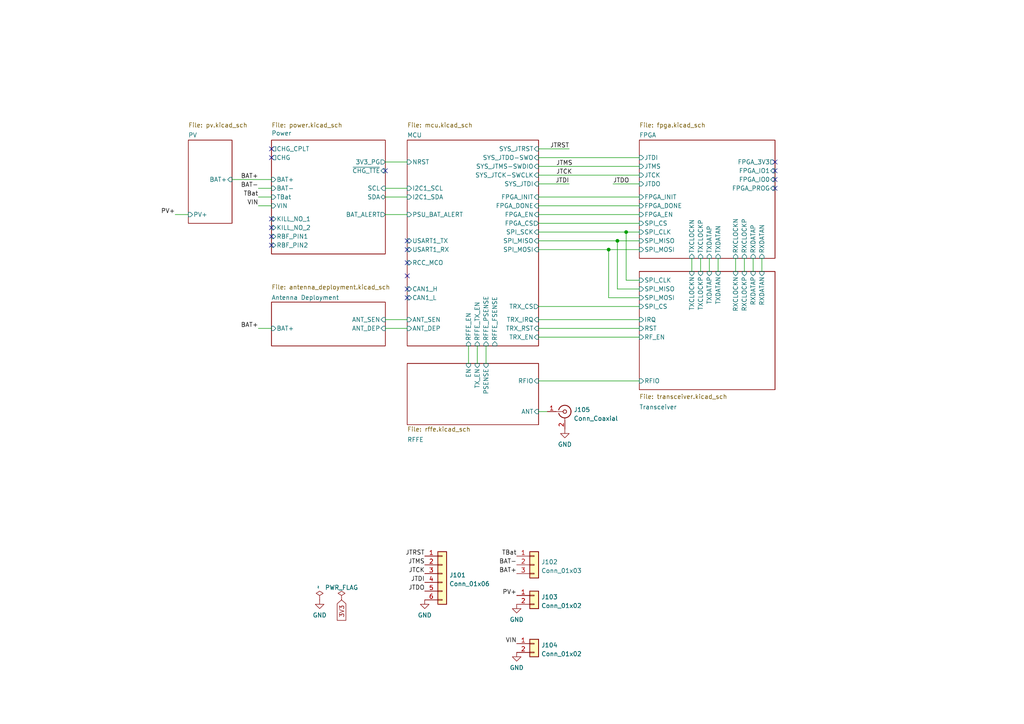
<source format=kicad_sch>
(kicad_sch (version 20211123) (generator eeschema)
  (paper "A4")
  (title_block (title "SIDLOC") (date "2022-03-16") (company "Libre Space Foundation"))
  (lib_symbols
    (symbol "Connector:Conn_Coaxial" (pin_names (offset 1.016) hide)
      (property "Reference" "J" (at 0.254 3.048 0))
      (property "Value" "Conn_Coaxial" (at 2.921 0 90))
      (symbol "Conn_Coaxial_0_1"
        (arc (start -1.778 -0.508) (mid 0.222 -1.808) (end 1.778 0) (stroke (width 0.254)))
        (polyline (pts (xy -2.54 0) (xy -0.508 0)))
        (polyline (pts (xy 0 -2.54) (xy 0 -1.778)))
        (circle (center 0 0) (radius 0.508) (stroke (width 0.2032)))
        (arc (start 1.778 0) (mid 0.222 1.8083) (end -1.778 0.508) (stroke (width 0.254)))
      )
      (symbol "Conn_Coaxial_1_1"
        (pin passive line (at -5.08 0 0) (length 2.54) (name "In") (number "1"))
        (pin passive line (at 0 -5.08 90) (length 2.54) (name "Ext") (number "2"))
      )
    )
    (symbol "Connector_Generic:Conn_01x02" (pin_names (offset 1.016) hide)
      (property "Reference" "J" (at 0 2.54 0))
      (property "Value" "Conn_01x02" (at 0 -5.08 0))
      (symbol "Conn_01x02_1_1"
        (rectangle (start -1.27 -2.413) (end 0 -2.667) (stroke (width 0.1524)))
        (rectangle (start -1.27 0.127) (end 0 -0.127) (stroke (width 0.1524)))
        (rectangle (start -1.27 1.27) (end 1.27 -3.81) (stroke (width 0.254)) (fill (type background)))
        (pin passive line (at -5.08 0 0) (length 3.81) (name "Pin_1") (number "1"))
        (pin passive line (at -5.08 -2.54 0) (length 3.81) (name "Pin_2") (number "2"))
      )
    )
    (symbol "Connector_Generic:Conn_01x03" (pin_names (offset 1.016) hide)
      (property "Reference" "J" (at 0 5.08 0))
      (property "Value" "Conn_01x03" (at 0 -5.08 0))
      (symbol "Conn_01x03_1_1"
        (rectangle (start -1.27 -2.413) (end 0 -2.667) (stroke (width 0.1524)))
        (rectangle (start -1.27 0.127) (end 0 -0.127) (stroke (width 0.1524)))
        (rectangle (start -1.27 2.667) (end 0 2.413) (stroke (width 0.1524)))
        (rectangle (start -1.27 3.81) (end 1.27 -3.81) (stroke (width 0.254)) (fill (type background)))
        (pin passive line (at -5.08 2.54 0) (length 3.81) (name "Pin_1") (number "1"))
        (pin passive line (at -5.08 0 0) (length 3.81) (name "Pin_2") (number "2"))
        (pin passive line (at -5.08 -2.54 0) (length 3.81) (name "Pin_3") (number "3"))
      )
    )
    (symbol "Connector_Generic:Conn_01x06" (pin_names (offset 1.016) hide)
      (property "Reference" "J" (at 0 7.62 0))
      (property "Value" "Conn_01x06" (at 0 -10.16 0))
      (symbol "Conn_01x06_1_1"
        (rectangle (start -1.27 -7.493) (end 0 -7.747) (stroke (width 0.1524)))
        (rectangle (start -1.27 -4.953) (end 0 -5.207) (stroke (width 0.1524)))
        (rectangle (start -1.27 -2.413) (end 0 -2.667) (stroke (width 0.1524)))
        (rectangle (start -1.27 0.127) (end 0 -0.127) (stroke (width 0.1524)))
        (rectangle (start -1.27 2.667) (end 0 2.413) (stroke (width 0.1524)))
        (rectangle (start -1.27 5.207) (end 0 4.953) (stroke (width 0.1524)))
        (rectangle (start -1.27 6.35) (end 1.27 -8.89) (stroke (width 0.254)) (fill (type background)))
        (pin passive line (at -5.08 5.08 0) (length 3.81) (name "Pin_1") (number "1"))
        (pin passive line (at -5.08 2.54 0) (length 3.81) (name "Pin_2") (number "2"))
        (pin passive line (at -5.08 0 0) (length 3.81) (name "Pin_3") (number "3"))
        (pin passive line (at -5.08 -2.54 0) (length 3.81) (name "Pin_4") (number "4"))
        (pin passive line (at -5.08 -5.08 0) (length 3.81) (name "Pin_5") (number "5"))
        (pin passive line (at -5.08 -7.62 0) (length 3.81) (name "Pin_6") (number "6"))
      )
    )
    (symbol "power:GND" (power) (pin_names (offset 0))
      (property "Value" "GND" (at 0 -3.81 0))
      (symbol "GND_0_1"
        (polyline (pts (xy 0 0) (xy 0 -1.27) (xy 1.27 -1.27) (xy 0 -2.54) (xy -1.27 -1.27) (xy 0 -1.27)))
      )
      (symbol "GND_1_1"
        (pin power_in line (at 0 0 270) (length 0) hide (name "GND") (number "1"))
      )
    )
    (symbol "power:PWR_FLAG" (power) (pin_numbers hide) (pin_names (offset 0) hide)
      (property "Value" "PWR_FLAG" (at 0 3.81 0))
      (symbol "PWR_FLAG_0_0"
        (pin power_out line (at 0 0 90) (length 0) (name "pwr") (number "1"))
      )
      (symbol "PWR_FLAG_0_1"
        (polyline (pts (xy 0 0) (xy 0 1.27) (xy -1.016 1.905) (xy 0 2.54) (xy 1.016 1.905) (xy 0 1.27)))
      )
    )
  )
  (junction (at 176.53 72.39))
  (junction (at 179.07 69.85))
  (junction (at 181.61 67.31))
  (no_connect (at 111.76 49.53))
  (no_connect (at 224.79 46.99))
  (no_connect (at 78.74 63.5))
  (no_connect (at 78.74 71.12))
  (no_connect (at 78.74 66.04))
  (no_connect (at 78.74 68.58))
  (no_connect (at 78.74 45.72))
  (no_connect (at 78.74 43.18))
  (no_connect (at 224.79 52.07))
  (no_connect (at 224.79 49.53))
  (no_connect (at 224.79 54.61))
  (no_connect (at 118.11 69.85))
  (no_connect (at 118.11 72.39))
  (no_connect (at 118.11 83.82))
  (no_connect (at 118.11 86.36))
  (no_connect (at 118.11 80.01))
  (no_connect (at 118.11 76.2))
  (wire (pts (xy 185.42 83.82) (xy 179.07 83.82)))
  (wire (pts (xy 156.21 43.18) (xy 165.1 43.18)))
  (wire (pts (xy 156.21 59.69) (xy 185.42 59.69)))
  (wire (pts (xy 156.21 92.71) (xy 185.42 92.71)))
  (wire (pts (xy 185.42 86.36) (xy 176.53 86.36)))
  (wire (pts (xy 156.21 67.31) (xy 181.61 67.31)))
  (wire (pts (xy 156.21 50.8) (xy 185.42 50.8)))
  (wire (pts (xy 156.21 69.85) (xy 179.07 69.85)))
  (wire (pts (xy 177.8 53.34) (xy 185.42 53.34)))
  (wire (pts (xy 111.76 62.23) (xy 118.11 62.23)))
  (wire (pts (xy 156.21 62.23) (xy 185.42 62.23)))
  (wire (pts (xy 156.21 97.79) (xy 185.42 97.79)))
  (wire (pts (xy 203.2 74.93) (xy 203.2 78.74)))
  (wire (pts (xy 111.76 95.25) (xy 118.11 95.25)))
  (wire (pts (xy 156.21 57.15) (xy 185.42 57.15)))
  (wire (pts (xy 176.53 72.39) (xy 185.42 72.39)))
  (wire (pts (xy 200.66 74.93) (xy 200.66 78.74)))
  (wire (pts (xy 74.93 95.25) (xy 78.74 95.25)))
  (wire (pts (xy 205.74 74.93) (xy 205.74 78.74)))
  (wire (pts (xy 156.21 119.38) (xy 158.75 119.38)))
  (wire (pts (xy 156.21 53.34) (xy 165.1 53.34)))
  (wire (pts (xy 156.21 64.77) (xy 185.42 64.77)))
  (wire (pts (xy 181.61 67.31) (xy 185.42 67.31)))
  (wire (pts (xy 220.98 74.93) (xy 220.98 78.74)))
  (wire (pts (xy 176.53 72.39) (xy 176.53 86.36)))
  (wire (pts (xy 156.21 45.72) (xy 185.42 45.72)))
  (wire (pts (xy 179.07 69.85) (xy 185.42 69.85)))
  (wire (pts (xy 78.74 57.15) (xy 74.93 57.15)))
  (wire (pts (xy 156.21 110.49) (xy 185.42 110.49)))
  (wire (pts (xy 135.89 100.33) (xy 135.89 105.41)))
  (wire (pts (xy 185.42 81.28) (xy 181.61 81.28)))
  (wire (pts (xy 156.21 48.26) (xy 185.42 48.26)))
  (wire (pts (xy 111.76 46.99) (xy 118.11 46.99)))
  (wire (pts (xy 218.44 74.93) (xy 218.44 78.74)))
  (wire (pts (xy 138.43 100.33) (xy 138.43 105.41)))
  (wire (pts (xy 78.74 59.69) (xy 74.93 59.69)))
  (wire (pts (xy 111.76 54.61) (xy 118.11 54.61)))
  (wire (pts (xy 213.36 74.93) (xy 213.36 78.74)))
  (wire (pts (xy 156.21 72.39) (xy 176.53 72.39)))
  (wire (pts (xy 215.9 74.93) (xy 215.9 78.74)))
  (wire (pts (xy 54.61 62.23) (xy 50.8 62.23)))
  (wire (pts (xy 156.21 95.25) (xy 185.42 95.25)))
  (wire (pts (xy 156.21 88.9) (xy 185.42 88.9)))
  (wire (pts (xy 67.31 52.07) (xy 78.74 52.07)))
  (wire (pts (xy 179.07 69.85) (xy 179.07 83.82)))
  (wire (pts (xy 181.61 67.31) (xy 181.61 81.28)))
  (wire (pts (xy 208.28 74.93) (xy 208.28 78.74)))
  (wire (pts (xy 78.74 54.61) (xy 74.93 54.61)))
  (wire (pts (xy 111.76 92.71) (xy 118.11 92.71)))
  (wire (pts (xy 140.97 100.33) (xy 140.97 105.41)))
  (wire (pts (xy 111.76 57.15) (xy 118.11 57.15)))
  (label "PV+" (at 50.8 62.23 180))
  (label "JTDO" (at 123.19 171.45 180))
  (label "TBat" (at 74.93 57.15 180))
  (label "JTDO" (at 177.8 53.34 0))
  (label "BAT+" (at 74.93 95.25 180))
  (label "JTDI" (at 123.19 168.91 180))
  (label "JTRST" (at 123.19 161.29 180))
  (label "JTRST" (at 165.1 43.18 180))
  (label "JTMS" (at 161.29 48.26 0))
  (label "JTMS" (at 123.19 163.83 180))
  (label "PV+" (at 149.86 172.72 180))
  (label "JTCK" (at 123.19 166.37 180))
  (label "JTDI" (at 165.1 53.34 180))
  (label "BAT-" (at 149.86 163.83 180))
  (label "VIN" (at 74.93 59.69 180))
  (label "JTCK" (at 161.29 50.8 0))
  (label "BAT+" (at 74.93 52.07 180))
  (label "VIN" (at 149.86 186.69 180))
  (label "BAT-" (at 74.93 54.61 180))
  (label "TBat" (at 149.86 161.29 180))
  (label "BAT+" (at 149.86 166.37 180))
  (global_label "3V3" (shape input) (at 99.06 173.99 270) (property "Intersheet References" "${INTERSHEET_REFS}" (effects hide)))
  (symbol (lib_id "power:GND") (at 149.86 189.23 0) (unit 1)
    (property "Reference" "#PWR0103" (effects hide))
    (property "Value" "GND" (at 149.86 193.6734 0))
  )
  (symbol (lib_id "power:GND") (at 163.83 124.46 0) (unit 1)
    (property "Reference" "#PWR0104" (effects hide))
    (property "Value" "GND" (at 163.83 128.9034 0))
  )
  (symbol (lib_id "power:PWR_FLAG") (at 99.06 173.99 0) (unit 1)
    (property "Reference" "#FLG0102" (effects hide))
    (property "Value" "PWR_FLAG" (at 99.06 170.4142 0))
  )
  (symbol (lib_id "Connector_Generic:Conn_01x02") (at 154.94 172.72 0) (unit 1)
    (property "Reference" "J103" (at 156.972 173.1553 0) (effects (justify left)))
    (property "Value" "Conn_01x02" (at 156.972 175.6922 0) (effects (justify left)))
  )
  (symbol (lib_id "power:PWR_FLAG") (at 92.71 173.99 0) (unit 1)
    (property "Reference" "#FLG0101" (effects hide))
    (property "Value" "~" (at 92.2762 170.8151 90) (effects (justify left)))
  )
  (symbol (lib_id "power:GND") (at 149.86 175.26 0) (unit 1)
    (property "Reference" "#PWR0102" (effects hide))
    (property "Value" "GND" (at 149.86 179.7034 0))
  )
  (symbol (lib_id "Connector_Generic:Conn_01x02") (at 154.94 186.69 0) (unit 1)
    (property "Reference" "J104" (at 156.972 187.1253 0) (effects (justify left)))
    (property "Value" "Conn_01x02" (at 156.972 189.6622 0) (effects (justify left)))
  )
  (symbol (lib_id "Connector_Generic:Conn_01x03") (at 154.94 163.83 0) (unit 1)
    (property "Reference" "J102" (at 156.972 162.9953 0) (effects (justify left)))
    (property "Value" "Conn_01x03" (at 156.972 165.5322 0) (effects (justify left)))
  )
  (symbol (lib_id "power:GND") (at 123.19 173.99 0) (unit 1)
    (property "Reference" "#PWR0101" (effects hide))
    (property "Value" "GND" (at 123.19 178.4334 0))
  )
  (symbol (lib_id "Connector_Generic:Conn_01x06") (at 128.27 166.37 0) (unit 1)
    (property "Reference" "J101" (at 130.302 166.8053 0) (effects (justify left)))
    (property "Value" "Conn_01x06" (at 130.302 169.3422 0) (effects (justify left)))
  )
  (symbol (lib_id "power:GND") (at 92.71 173.99 0) (unit 1)
    (property "Reference" "#PWR0105" (effects hide))
    (property "Value" "GND" (at 92.71 178.4334 0))
  )
  (symbol (lib_id "Connector:Conn_Coaxial") (at 163.83 119.38 0) (unit 1)
    (property "Reference" "J105" (at 166.37 118.8385 0) (effects (justify left)))
    (property "Value" "Conn_Coaxial" (at 166.37 121.3754 0) (effects (justify left)))
    (property "Datasheet" " ~" (effects hide))
  )
  (sheet (at 54.61 40.64) (size 12.7 24.13) (stroke (width 0.1524))
    (property "Sheet name" "PV" (at 54.61 39.9284 0) (effects (justify left bottom)))
    (property "Sheet file" "pv.kicad_sch" (at 54.61 35.56 0) (effects (justify left top)))
    (pin "PV+" input (at 54.61 62.23 180))
    (pin "BAT+" input (at 67.31 52.07 0))
  )
  (sheet (at 185.42 78.74) (size 39.37 34.29) (stroke (width 0.1524))
    (property "Sheet name" "Transceiver" (at 185.42 118.7954 0) (effects (justify left bottom)))
    (property "Sheet file" "transceiver.kicad_sch" (at 185.42 114.3 0) (effects (justify left top)))
    (pin "TXDATAP" input (at 205.74 78.74 90))
    (pin "TXDATAN" input (at 208.28 78.74 90))
    (pin "TXCLOCKN" input (at 200.66 78.74 90))
    (pin "TXCLOCKP" input (at 203.2 78.74 90))
    (pin "RXCLOCKP" input (at 215.9 78.74 90))
    (pin "RXCLOCKN" input (at 213.36 78.74 90))
    (pin "RXDATAP" input (at 218.44 78.74 90))
    (pin "RXDATAN" input (at 220.98 78.74 90))
    (pin "SPI_MOSI" input (at 185.42 86.36 180))
    (pin "SPI_CLK" input (at 185.42 81.28 180))
    (pin "SPI_CS" input (at 185.42 88.9 180))
    (pin "SPI_MISO" input (at 185.42 83.82 180))
    (pin "IRQ" input (at 185.42 92.71 180))
    (pin "RST" input (at 185.42 95.25 180))
    (pin "RFIO" input (at 185.42 110.49 180))
    (pin "RF_EN" input (at 185.42 97.79 180))
  )
  (sheet (at 118.11 105.41) (size 38.1 17.78) (stroke (width 0.1524))
    (property "Sheet name" "RFFE" (at 118.11 128.27 0) (effects (justify left bottom)))
    (property "Sheet file" "rffe.kicad_sch" (at 118.11 123.7746 0) (effects (justify left top)))
    (pin "EN" input (at 135.89 105.41 90))
    (pin "TX_EN" input (at 138.43 105.41 90))
    (pin "RFIO" input (at 156.21 110.49 0))
    (pin "ANT" input (at 156.21 119.38 0))
    (pin "PSENSE" input (at 140.97 105.41 90))
  )
  (sheet (at 78.74 40.64) (size 33.02 33.02) (stroke (width 0.1524))
    (property "Sheet name" "Power" (at 78.74 39.37 0) (effects (justify left bottom)))
    (property "Sheet file" "power.kicad_sch" (at 78.74 35.56 0) (effects (justify left top)))
    (pin "TBat" input (at 78.74 57.15 180))
    (pin "SCL" input (at 111.76 54.61 0))
    (pin "BAT+" input (at 78.74 52.07 180))
    (pin "BAT-" input (at 78.74 54.61 180))
    (pin "3V3_PG" output (at 111.76 46.99 0))
    (pin "SDA" bidirectional (at 111.76 57.15 0))
    (pin "BAT_ALERT" output (at 111.76 62.23 0))
    (pin "CHG_CPLT" output (at 78.74 43.18 180))
    (pin "CHG" output (at 78.74 45.72 180))
    (pin "VIN" input (at 78.74 59.69 180))
    (pin "~{CHG_TTE}" input (at 111.76 49.53 0))
    (pin "RBF_PIN2" input (at 78.74 71.12 180))
    (pin "KILL_NO_2" input (at 78.74 66.04 180))
    (pin "RBF_PIN1" input (at 78.74 68.58 180))
    (pin "KILL_NO_1" input (at 78.74 63.5 180))
  )
  (sheet (at 185.42 40.64) (size 39.37 34.29) (stroke (width 0.1524))
    (property "Sheet name" "FPGA" (at 185.42 39.9284 0) (effects (justify left bottom)))
    (property "Sheet file" "fpga.kicad_sch" (at 185.42 35.56 0) (effects (justify left top)))
    (pin "JTDO" input (at 185.42 53.34 180))
    (pin "JTMS" input (at 185.42 48.26 180))
    (pin "JTCK" input (at 185.42 50.8 180))
    (pin "JTDI" input (at 185.42 45.72 180))
    (pin "FPGA_DONE" input (at 185.42 59.69 180))
    (pin "FPGA_INIT" input (at 185.42 57.15 180))
    (pin "FPGA_PROG" input (at 224.79 54.61 0))
    (pin "FPGA_IO0" input (at 224.79 52.07 0))
    (pin "FPGA_IO1" input (at 224.79 49.53 0))
    (pin "SPI_MISO" input (at 185.42 69.85 180))
    (pin "SPI_MOSI" input (at 185.42 72.39 180))
    (pin "SPI_CLK" input (at 185.42 67.31 180))
    (pin "SPI_CS" input (at 185.42 64.77 180))
    (pin "TXCLOCKN" input (at 200.66 74.93 270))
    (pin "TXCLOCKP" input (at 203.2 74.93 270))
    (pin "TXDATAP" input (at 205.74 74.93 270))
    (pin "TXDATAN" input (at 208.28 74.93 270))
    (pin "RXCLOCKN" input (at 213.36 74.93 270))
    (pin "RXCLOCKP" input (at 215.9 74.93 270))
    (pin "RXDATAP" input (at 218.44 74.93 270))
    (pin "RXDATAN" input (at 220.98 74.93 270))
    (pin "FPGA_EN" input (at 185.42 62.23 180))
    (pin "FPGA_3V3" output (at 224.79 46.99 0))
  )
  (sheet (at 118.11 40.64) (size 38.1 59.69) (stroke (width 0.1524))
    (property "Sheet name" "MCU" (at 118.11 39.9284 0) (effects (justify left bottom)))
    (property "Sheet file" "mcu.kicad_sch" (at 118.11 35.56 0) (effects (justify left top)))
    (pin "USART1_TX" input (at 118.11 69.85 180))
    (pin "SYS_JTDO-SWO" input (at 156.21 45.72 0))
    (pin "USART1_RX" input (at 118.11 72.39 180))
    (pin "SYS_JTRST" input (at 156.21 43.18 0))
    (pin "SYS_JTMS-SWDIO" input (at 156.21 48.26 0))
    (pin "SYS_JTCK-SWCLK" input (at 156.21 50.8 0))
    (pin "SYS_JTDI" input (at 156.21 53.34 0))
    (pin "I2C1_SCL" input (at 118.11 54.61 180))
    (pin "RCC_MCO" input (at 118.11 76.2 180))
    (pin "I2C1_SDA" input (at 118.11 57.15 180))
    (pin "NRST" input (at 118.11 46.99 180))
    (pin "CAN1_H" input (at 118.11 83.82 180))
    (pin "CAN1_L" input (at 118.11 86.36 180))
    (pin "RFFE_EN" input (at 135.89 100.33 270))
    (pin "TRX_IRQ" input (at 156.21 92.71 0))
    (pin "ANT_SEN" input (at 118.11 92.71 180))
    (pin "FPGA_DONE" input (at 156.21 59.69 0))
    (pin "RFFE_TX_EN" input (at 138.43 100.33 270))
    (pin "TRX_EN" input (at 156.21 97.79 0))
    (pin "FPGA_EN" input (at 156.21 62.23 0))
    (pin "PSU_BAT_ALERT" input (at 118.11 62.23 180))
    (pin "RFFE_PSENSE" input (at 140.97 100.33 270))
    (pin "TRX_RST" input (at 156.21 95.25 0))
    (pin "ANT_DEP" input (at 118.11 95.25 180))
    (pin "SPI_MISO" input (at 156.21 69.85 0))
    (pin "SPI_SCK" input (at 156.21 67.31 0))
    (pin "SPI_MOSI" input (at 156.21 72.39 0))
    (pin "FPGA_INIT" input (at 156.21 57.15 0))
    (pin "TRX_CS" output (at 156.21 88.9 0))
    (pin "FPGA_CS" output (at 156.21 64.77 0))
    (pin "RFFE_FSENSE" input (at 143.51 100.33 270))
  )
  (sheet (at 78.74 87.63) (size 33.02 12.7) (stroke (width 0.1524))
    (property "Sheet name" "Antenna Deployment" (at 78.74 87.0454 0) (effects (justify left bottom)))
    (property "Sheet file" "antenna_deployment.kicad_sch" (at 78.74 82.55 0) (effects (justify left top)))
    (pin "ANT_DEP" input (at 111.76 95.25 0))
    (pin "ANT_SEN" input (at 111.76 92.71 0))
    (pin "BAT+" input (at 78.74 95.25 180))
  )
)
</source>
